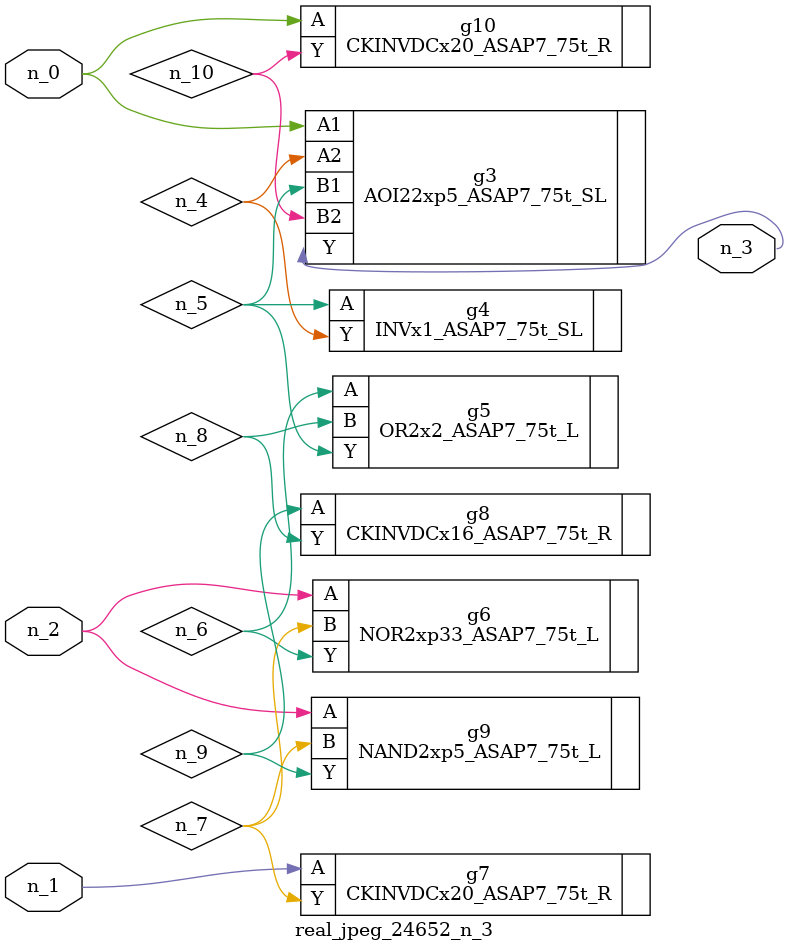
<source format=v>
module real_jpeg_24652_n_3 (n_1, n_0, n_2, n_3);

input n_1;
input n_0;
input n_2;

output n_3;

wire n_5;
wire n_4;
wire n_8;
wire n_6;
wire n_7;
wire n_10;
wire n_9;

AOI22xp5_ASAP7_75t_SL g3 ( 
.A1(n_0),
.A2(n_4),
.B1(n_5),
.B2(n_10),
.Y(n_3)
);

CKINVDCx20_ASAP7_75t_R g10 ( 
.A(n_0),
.Y(n_10)
);

CKINVDCx20_ASAP7_75t_R g7 ( 
.A(n_1),
.Y(n_7)
);

NOR2xp33_ASAP7_75t_L g6 ( 
.A(n_2),
.B(n_7),
.Y(n_6)
);

NAND2xp5_ASAP7_75t_L g9 ( 
.A(n_2),
.B(n_7),
.Y(n_9)
);

INVx1_ASAP7_75t_SL g4 ( 
.A(n_5),
.Y(n_4)
);

OR2x2_ASAP7_75t_L g5 ( 
.A(n_6),
.B(n_8),
.Y(n_5)
);

CKINVDCx16_ASAP7_75t_R g8 ( 
.A(n_9),
.Y(n_8)
);


endmodule
</source>
